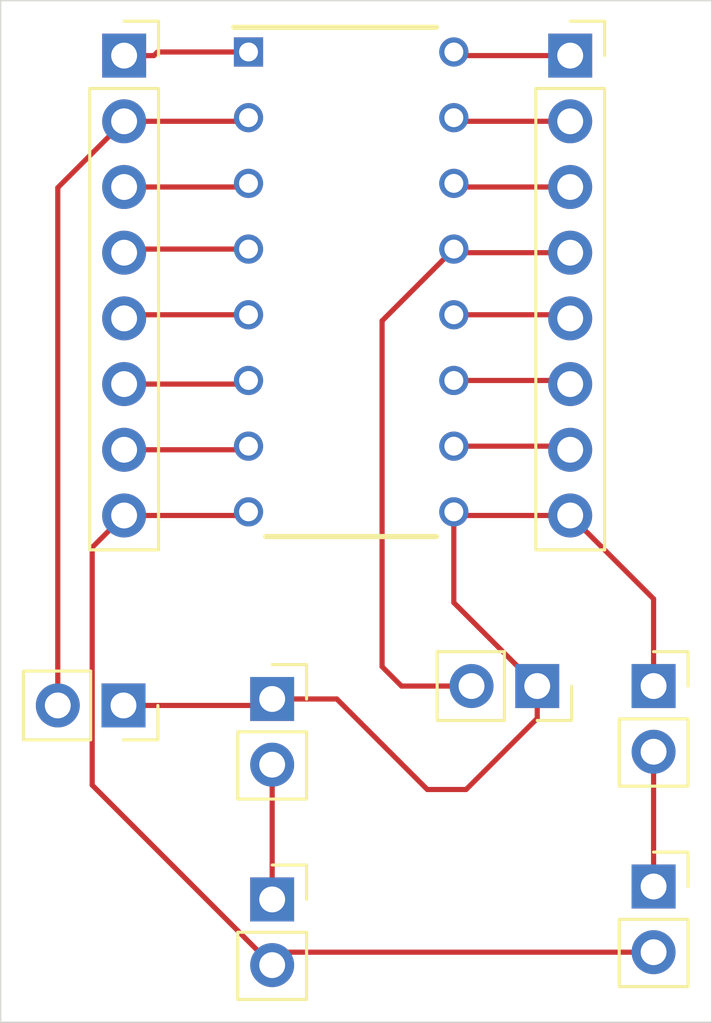
<source format=kicad_pcb>
(kicad_pcb (version 20241229) (generator "pcbnew") (generator_version "9.0")
  (layers (0 "F.Cu" signal) (2 "B.Cu" signal) (13 "F.Paste" user) (15 "B.Paste" user) (5 "F.SilkS" user "F.Silkscreen") (7 "B.SilkS" user "B.Silkscreen") (1 "F.Mask" user) (3 "B.Mask" user) (25 "Edge.Cuts" user))
  (net 0 "")
  (net 1 "GND")
  (net 2 "Net-(IC1-R2_TO_VSS)")
  (net 3 "/PC1")
  (net 4 "Net-(IC1-CI(2))")
  (net 5 "Net-(IC1-R1_TO_VSS)")
  (net 6 "Net-(IC1-PHASE_PULSES)")
  (net 7 "Net-(IC1-INHIBIT)")
  (net 8 "Net-(IC1-CI(1))")
  (net 9 "Net-(IC1-DEMODULATOR_OUT)")
  (net 10 "Net-(IC1-SIGNAL_IN)")
  (net 11 "Net-(IC1-VCO_OUT)")
  (net 12 "Net-(IC1-COMPARATOR_IN)")
  (net 13 "Net-(IC1-ZENER)")
  (net 14 "/PC2")
  (net 15 "VDD")
  (net 16 "/VCO_IN")
  (net 17 "Net-(J4-Pin_2)")
  (net 18 "Net-(J7-Pin_1)")
  (footprint "Connector_PinSocket_2.54mm:PinSocket_1x08_P2.54mm_Vertical" (layer "F.Cu") (at 136.275 77.625)
    (property "Reference" "J2" (hide yes))
    (property "Value" "Conn_01x08_Socket" (hide yes))
    (fp_line (start -1.33 1.27) (end -1.33 19.11) (stroke (width 0.12)) (layer "F.SilkS"))
    (fp_line (start -1.33 1.27) (end 1.33 1.27) (stroke (width 0.12)) (layer "F.SilkS"))
    (fp_line (start -1.33 19.11) (end 1.33 19.11) (stroke (width 0.12)) (layer "F.SilkS"))
    (fp_line (start 0 -1.33) (end 1.33 -1.33) (stroke (width 0.12)) (layer "F.SilkS"))
    (fp_line (start 1.33 -1.33) (end 1.33 0) (stroke (width 0.12)) (layer "F.SilkS"))
    (fp_line (start 1.33 1.27) (end 1.33 19.11) (stroke (width 0.12)) (layer "F.SilkS"))
    (pad "1" thru_hole rect (at 0 0) (size 1.7 1.7) (drill 1) (layers "*.Cu" "*.Mask") (net 6 "Net-(IC1-PHASE_PULSES)"))
    (pad "2" thru_hole circle (at 0 2.54) (size 1.7 1.7) (drill 1) (layers "*.Cu" "*.Mask") (net 3 "/PC1"))
    (pad "3" thru_hole circle (at 0 5.08) (size 1.7 1.7) (drill 1) (layers "*.Cu" "*.Mask") (net 12 "Net-(IC1-COMPARATOR_IN)"))
    (pad "4" thru_hole circle (at 0 7.62) (size 1.7 1.7) (drill 1) (layers "*.Cu" "*.Mask") (net 11 "Net-(IC1-VCO_OUT)"))
    (pad "5" thru_hole circle (at 0 10.16) (size 1.7 1.7) (drill 1) (layers "*.Cu" "*.Mask") (net 7 "Net-(IC1-INHIBIT)"))
    (pad "6" thru_hole circle (at 0 12.7) (size 1.7 1.7) (drill 1) (layers "*.Cu" "*.Mask") (net 8 "Net-(IC1-CI(1))"))
    (pad "7" thru_hole circle (at 0 15.24) (size 1.7 1.7) (drill 1) (layers "*.Cu" "*.Mask") (net 4 "Net-(IC1-CI(2))"))
    (pad "8" thru_hole circle (at 0 17.78) (size 1.7 1.7) (drill 1) (layers "*.Cu" "*.Mask") (net 1 "GND"))
  )
  (footprint "Connector_PinSocket_2.54mm:PinSocket_1x02_P2.54mm_Vertical" (layer "F.Cu") (at 142 110.25)
    (property "Reference" "J5" (hide yes))
    (property "Value" "Conn_01x02_Socket" (hide yes))
    (fp_line (start -1.33 1.27) (end -1.33 3.87) (stroke (width 0.12)) (layer "F.SilkS"))
    (fp_line (start -1.33 1.27) (end 1.33 1.27) (stroke (width 0.12)) (layer "F.SilkS"))
    (fp_line (start -1.33 3.87) (end 1.33 3.87) (stroke (width 0.12)) (layer "F.SilkS"))
    (fp_line (start 0 -1.33) (end 1.33 -1.33) (stroke (width 0.12)) (layer "F.SilkS"))
    (fp_line (start 1.33 -1.33) (end 1.33 0) (stroke (width 0.12)) (layer "F.SilkS"))
    (fp_line (start 1.33 1.27) (end 1.33 3.87) (stroke (width 0.12)) (layer "F.SilkS"))
    (pad "1" thru_hole rect (at 0 0) (size 1.7 1.7) (drill 1) (layers "*.Cu" "*.Mask") (net 17 "Net-(J4-Pin_2)"))
    (pad "2" thru_hole circle (at 0 2.54) (size 1.7 1.7) (drill 1) (layers "*.Cu" "*.Mask") (net 1 "GND"))
  )
  (footprint "KiCad:DIP794W53P254L1930H508Q16N" (layer "F.Cu") (at 145.055 86.375)
    (property "Reference" "IC1" (hide yes))
    (property "Value" "CD4046BE" (hide yes))
    (fp_line (start -4.535 -9.845) (end 3.3 -9.845) (stroke (width 0.2)) (layer "F.SilkS"))
    (fp_line (start -3.3 9.845) (end 3.3 9.845) (stroke (width 0.2)) (layer "F.SilkS"))
    (pad "1" thru_hole rect (at -3.97 -8.89) (size 1.13 1.13) (drill 0.73) (layers "*.Cu" "*.Mask") (net 6 "Net-(IC1-PHASE_PULSES)"))
    (pad "2" thru_hole circle (at -3.97 -6.35) (size 1.13 1.13) (drill 0.73) (layers "*.Cu" "*.Mask") (net 3 "/PC1"))
    (pad "3" thru_hole circle (at -3.97 -3.81) (size 1.13 1.13) (drill 0.73) (layers "*.Cu" "*.Mask") (net 12 "Net-(IC1-COMPARATOR_IN)"))
    (pad "4" thru_hole circle (at -3.97 -1.27) (size 1.13 1.13) (drill 0.73) (layers "*.Cu" "*.Mask") (net 11 "Net-(IC1-VCO_OUT)"))
    (pad "5" thru_hole circle (at -3.97 1.27) (size 1.13 1.13) (drill 0.73) (layers "*.Cu" "*.Mask") (net 7 "Net-(IC1-INHIBIT)"))
    (pad "6" thru_hole circle (at -3.97 3.81) (size 1.13 1.13) (drill 0.73) (layers "*.Cu" "*.Mask") (net 8 "Net-(IC1-CI(1))"))
    (pad "7" thru_hole circle (at -3.97 6.35) (size 1.13 1.13) (drill 0.73) (layers "*.Cu" "*.Mask") (net 4 "Net-(IC1-CI(2))"))
    (pad "8" thru_hole circle (at -3.97 8.89) (size 1.13 1.13) (drill 0.73) (layers "*.Cu" "*.Mask") (net 1 "GND"))
    (pad "9" thru_hole circle (at 3.97 8.89) (size 1.13 1.13) (drill 0.73) (layers "*.Cu" "*.Mask") (net 16 "/VCO_IN"))
    (pad "10" thru_hole circle (at 3.97 6.35) (size 1.13 1.13) (drill 0.73) (layers "*.Cu" "*.Mask") (net 9 "Net-(IC1-DEMODULATOR_OUT)"))
    (pad "11" thru_hole circle (at 3.97 3.81) (size 1.13 1.13) (drill 0.73) (layers "*.Cu" "*.Mask") (net 5 "Net-(IC1-R1_TO_VSS)"))
    (pad "12" thru_hole circle (at 3.97 1.27) (size 1.13 1.13) (drill 0.73) (layers "*.Cu" "*.Mask") (net 2 "Net-(IC1-R2_TO_VSS)"))
    (pad "13" thru_hole circle (at 3.97 -1.27) (size 1.13 1.13) (drill 0.73) (layers "*.Cu" "*.Mask") (net 14 "/PC2"))
    (pad "14" thru_hole circle (at 3.97 -3.81) (size 1.13 1.13) (drill 0.73) (layers "*.Cu" "*.Mask") (net 10 "Net-(IC1-SIGNAL_IN)"))
    (pad "15" thru_hole circle (at 3.97 -6.35) (size 1.13 1.13) (drill 0.73) (layers "*.Cu" "*.Mask") (net 13 "Net-(IC1-ZENER)"))
    (pad "16" thru_hole circle (at 3.97 -8.89) (size 1.13 1.13) (drill 0.73) (layers "*.Cu" "*.Mask") (net 15 "VDD"))
  )
  (footprint "Connector_PinSocket_2.54mm:PinSocket_1x02_P2.54mm_Vertical" (layer "F.Cu") (at 156.75 109.75)
    (property "Reference" "J7" (hide yes))
    (property "Value" "Conn_01x02_Socket" (hide yes))
    (fp_line (start -1.33 1.27) (end -1.33 3.87) (stroke (width 0.12)) (layer "F.SilkS"))
    (fp_line (start -1.33 1.27) (end 1.33 1.27) (stroke (width 0.12)) (layer "F.SilkS"))
    (fp_line (start -1.33 3.87) (end 1.33 3.87) (stroke (width 0.12)) (layer "F.SilkS"))
    (fp_line (start 0 -1.33) (end 1.33 -1.33) (stroke (width 0.12)) (layer "F.SilkS"))
    (fp_line (start 1.33 -1.33) (end 1.33 0) (stroke (width 0.12)) (layer "F.SilkS"))
    (fp_line (start 1.33 1.27) (end 1.33 3.87) (stroke (width 0.12)) (layer "F.SilkS"))
    (pad "1" thru_hole rect (at 0 0) (size 1.7 1.7) (drill 1) (layers "*.Cu" "*.Mask") (net 18 "Net-(J7-Pin_1)"))
    (pad "2" thru_hole circle (at 0 2.54) (size 1.7 1.7) (drill 1) (layers "*.Cu" "*.Mask") (net 1 "GND"))
  )
  (footprint "Connector_PinSocket_2.54mm:PinSocket_1x08_P2.54mm_Vertical" (layer "F.Cu") (at 153.525 77.625)
    (property "Reference" "J3" (hide yes))
    (property "Value" "Conn_01x08_Socket" (hide yes))
    (fp_line (start -1.33 1.27) (end -1.33 19.11) (stroke (width 0.12)) (layer "F.SilkS"))
    (fp_line (start -1.33 1.27) (end 1.33 1.27) (stroke (width 0.12)) (layer "F.SilkS"))
    (fp_line (start -1.33 19.11) (end 1.33 19.11) (stroke (width 0.12)) (layer "F.SilkS"))
    (fp_line (start 0 -1.33) (end 1.33 -1.33) (stroke (width 0.12)) (layer "F.SilkS"))
    (fp_line (start 1.33 -1.33) (end 1.33 0) (stroke (width 0.12)) (layer "F.SilkS"))
    (fp_line (start 1.33 1.27) (end 1.33 19.11) (stroke (width 0.12)) (layer "F.SilkS"))
    (pad "1" thru_hole rect (at 0 0) (size 1.7 1.7) (drill 1) (layers "*.Cu" "*.Mask") (net 15 "VDD"))
    (pad "2" thru_hole circle (at 0 2.54) (size 1.7 1.7) (drill 1) (layers "*.Cu" "*.Mask") (net 13 "Net-(IC1-ZENER)"))
    (pad "3" thru_hole circle (at 0 5.08) (size 1.7 1.7) (drill 1) (layers "*.Cu" "*.Mask") (net 10 "Net-(IC1-SIGNAL_IN)"))
    (pad "4" thru_hole circle (at 0 7.62) (size 1.7 1.7) (drill 1) (layers "*.Cu" "*.Mask") (net 14 "/PC2"))
    (pad "5" thru_hole circle (at 0 10.16) (size 1.7 1.7) (drill 1) (layers "*.Cu" "*.Mask") (net 2 "Net-(IC1-R2_TO_VSS)"))
    (pad "6" thru_hole circle (at 0 12.7) (size 1.7 1.7) (drill 1) (layers "*.Cu" "*.Mask") (net 5 "Net-(IC1-R1_TO_VSS)"))
    (pad "7" thru_hole circle (at 0 15.24) (size 1.7 1.7) (drill 1) (layers "*.Cu" "*.Mask") (net 9 "Net-(IC1-DEMODULATOR_OUT)"))
    (pad "8" thru_hole circle (at 0 17.78) (size 1.7 1.7) (drill 1) (layers "*.Cu" "*.Mask") (net 16 "/VCO_IN"))
  )
  (footprint "Connector_PinSocket_2.54mm:PinSocket_1x02_P2.54mm_Vertical" (layer "F.Cu") (at 156.75 102)
    (property "Reference" "J8" (hide yes))
    (property "Value" "Conn_01x02_Socket" (hide yes))
    (fp_line (start -1.33 1.27) (end -1.33 3.87) (stroke (width 0.12)) (layer "F.SilkS"))
    (fp_line (start -1.33 1.27) (end 1.33 1.27) (stroke (width 0.12)) (layer "F.SilkS"))
    (fp_line (start -1.33 3.87) (end 1.33 3.87) (stroke (width 0.12)) (layer "F.SilkS"))
    (fp_line (start 0 -1.33) (end 1.33 -1.33) (stroke (width 0.12)) (layer "F.SilkS"))
    (fp_line (start 1.33 -1.33) (end 1.33 0) (stroke (width 0.12)) (layer "F.SilkS"))
    (fp_line (start 1.33 1.27) (end 1.33 3.87) (stroke (width 0.12)) (layer "F.SilkS"))
    (pad "1" thru_hole rect (at 0 0) (size 1.7 1.7) (drill 1) (layers "*.Cu" "*.Mask") (net 16 "/VCO_IN"))
    (pad "2" thru_hole circle (at 0 2.54) (size 1.7 1.7) (drill 1) (layers "*.Cu" "*.Mask") (net 18 "Net-(J7-Pin_1)"))
  )
  (footprint "Connector_PinSocket_2.54mm:PinSocket_1x02_P2.54mm_Vertical" (layer "F.Cu") (at 142 102.5)
    (property "Reference" "J4" (hide yes))
    (property "Value" "Conn_01x02_Socket" (hide yes))
    (fp_line (start -1.33 1.27) (end -1.33 3.87) (stroke (width 0.12)) (layer "F.SilkS"))
    (fp_line (start -1.33 1.27) (end 1.33 1.27) (stroke (width 0.12)) (layer "F.SilkS"))
    (fp_line (start -1.33 3.87) (end 1.33 3.87) (stroke (width 0.12)) (layer "F.SilkS"))
    (fp_line (start 0 -1.33) (end 1.33 -1.33) (stroke (width 0.12)) (layer "F.SilkS"))
    (fp_line (start 1.33 -1.33) (end 1.33 0) (stroke (width 0.12)) (layer "F.SilkS"))
    (fp_line (start 1.33 1.27) (end 1.33 3.87) (stroke (width 0.12)) (layer "F.SilkS"))
    (pad "1" thru_hole rect (at 0 0) (size 1.7 1.7) (drill 1) (layers "*.Cu" "*.Mask") (net 16 "/VCO_IN"))
    (pad "2" thru_hole circle (at 0 2.54) (size 1.7 1.7) (drill 1) (layers "*.Cu" "*.Mask") (net 17 "Net-(J4-Pin_2)"))
  )
  (footprint "Connector_PinSocket_2.54mm:PinSocket_1x02_P2.54mm_Vertical" (layer "F.Cu") (at 136.25 102.75 -90)
    (property "Reference" "J1" (hide yes))
    (property "Value" "Conn_01x02_Socket" (hide yes))
    (fp_line (start -1.33 3.87) (end 1.33 3.87) (stroke (width 0.12)) (layer "F.SilkS"))
    (fp_line (start -1.33 1.27) (end -1.33 3.87) (stroke (width 0.12)) (layer "F.SilkS"))
    (fp_line (start -1.33 1.27) (end 1.33 1.27) (stroke (width 0.12)) (layer "F.SilkS"))
    (fp_line (start 1.33 1.27) (end 1.33 3.87) (stroke (width 0.12)) (layer "F.SilkS"))
    (fp_line (start 0 -1.33) (end 1.33 -1.33) (stroke (width 0.12)) (layer "F.SilkS"))
    (fp_line (start 1.33 -1.33) (end 1.33 0) (stroke (width 0.12)) (layer "F.SilkS"))
    (pad "1" thru_hole rect (at 0 0 270) (size 1.7 1.7) (drill 1) (layers "*.Cu" "*.Mask") (net 16 "/VCO_IN"))
    (pad "2" thru_hole circle (at 0 2.54 270) (size 1.7 1.7) (drill 1) (layers "*.Cu" "*.Mask") (net 3 "/PC1"))
  )
  (footprint "Connector_PinSocket_2.54mm:PinSocket_1x02_P2.54mm_Vertical" (layer "F.Cu") (at 152.25 102 -90)
    (property "Reference" "J6" (hide yes))
    (property "Value" "Conn_01x02_Socket" (hide yes))
    (fp_line (start -1.33 3.87) (end 1.33 3.87) (stroke (width 0.12)) (layer "F.SilkS"))
    (fp_line (start -1.33 1.27) (end -1.33 3.87) (stroke (width 0.12)) (layer "F.SilkS"))
    (fp_line (start -1.33 1.27) (end 1.33 1.27) (stroke (width 0.12)) (layer "F.SilkS"))
    (fp_line (start 1.33 1.27) (end 1.33 3.87) (stroke (width 0.12)) (layer "F.SilkS"))
    (fp_line (start 0 -1.33) (end 1.33 -1.33) (stroke (width 0.12)) (layer "F.SilkS"))
    (fp_line (start 1.33 -1.33) (end 1.33 0) (stroke (width 0.12)) (layer "F.SilkS"))
    (pad "1" thru_hole rect (at 0 0 270) (size 1.7 1.7) (drill 1) (layers "*.Cu" "*.Mask") (net 16 "/VCO_IN"))
    (pad "2" thru_hole circle (at 0 2.54 270) (size 1.7 1.7) (drill 1) (layers "*.Cu" "*.Mask") (net 14 "/PC2"))
  )
  (gr_rect (start 131.5 75.5) (end 159 115) (stroke (width 0.05)) (fill no) (layer "Edge.Cuts"))
  (segment (start 156.75 112.29) (end 142.5 112.29) (width 0.2) (layer "F.Cu") (net 1))
  (segment (start 136.275 95.405) (end 135.0399 96.6401) (width 0.2) (layer "F.Cu") (net 1))
  (segment (start 140.945 95.405) (end 141.085 95.265) (width 0.2) (layer "F.Cu") (net 1))
  (segment (start 135.0399 96.6401) (end 135.0399 105.8299) (width 0.2) (layer "F.Cu") (net 1))
  (segment (start 136.275 95.405) (end 140.945 95.405) (width 0.2) (layer "F.Cu") (net 1))
  (segment (start 142.5 112.29) (end 142 112.79) (width 0.2) (layer "F.Cu") (net 1))
  (segment (start 135.0399 105.8299) (end 142 112.79) (width 0.2) (layer "F.Cu") (net 1))
  (segment (start 153.385 87.645) (end 153.525 87.785) (width 0.2) (layer "F.Cu") (net 2))
  (segment (start 149.025 87.645) (end 153.385 87.645) (width 0.2) (layer "F.Cu") (net 2))
  (segment (start 136.275 80.165) (end 140.945 80.165) (width 0.2) (layer "F.Cu") (net 3))
  (segment (start 140.945 80.165) (end 141.085 80.025) (width 0.2) (layer "F.Cu") (net 3))
  (segment (start 133.71 102.75) (end 133.71 82.73) (width 0.2) (layer "F.Cu") (net 3))
  (segment (start 133.71 82.73) (end 136.275 80.165) (width 0.2) (layer "F.Cu") (net 3))
  (segment (start 136.275 92.865) (end 140.945 92.865) (width 0.2) (layer "F.Cu") (net 4))
  (segment (start 140.945 92.865) (end 141.085 92.725) (width 0.2) (layer "F.Cu") (net 4))
  (segment (start 153.385 90.185) (end 153.525 90.325) (width 0.2) (layer "F.Cu") (net 5))
  (segment (start 149.025 90.185) (end 153.385 90.185) (width 0.2) (layer "F.Cu") (net 5))
  (segment (start 136.275 77.625) (end 137.4267 77.625) (width 0.2) (layer "F.Cu") (net 6))
  (segment (start 137.5667 77.485) (end 137.4267 77.625) (width 0.2) (layer "F.Cu") (net 6))
  (segment (start 141.085 77.485) (end 137.5667 77.485) (width 0.2) (layer "F.Cu") (net 6))
  (segment (start 141.085 87.645) (end 136.415 87.645) (width 0.2) (layer "F.Cu") (net 7))
  (segment (start 136.415 87.645) (end 136.275 87.785) (width 0.2) (layer "F.Cu") (net 7))
  (segment (start 140.945 90.325) (end 141.085 90.185) (width 0.2) (layer "F.Cu") (net 8))
  (segment (start 136.275 90.325) (end 140.945 90.325) (width 0.2) (layer "F.Cu") (net 8))
  (segment (start 153.385 92.725) (end 153.525 92.865) (width 0.2) (layer "F.Cu") (net 9))
  (segment (start 149.025 92.725) (end 153.385 92.725) (width 0.2) (layer "F.Cu") (net 9))
  (segment (start 149.165 82.705) (end 149.025 82.565) (width 0.2) (layer "F.Cu") (net 10))
  (segment (start 153.525 82.705) (end 149.165 82.705) (width 0.2) (layer "F.Cu") (net 10))
  (segment (start 136.415 85.105) (end 136.275 85.245) (width 0.2) (layer "F.Cu") (net 11))
  (segment (start 141.085 85.105) (end 136.415 85.105) (width 0.2) (layer "F.Cu") (net 11))
  (segment (start 140.945 82.705) (end 141.085 82.565) (width 0.2) (layer "F.Cu") (net 12))
  (segment (start 136.275 82.705) (end 140.945 82.705) (width 0.2) (layer "F.Cu") (net 12))
  (segment (start 149.165 80.165) (end 149.025 80.025) (width 0.2) (layer "F.Cu") (net 13))
  (segment (start 153.525 80.165) (end 149.165 80.165) (width 0.2) (layer "F.Cu") (net 13))
  (segment (start 149.71 102) (end 147 102) (width 0.2) (layer "F.Cu") (net 14))
  (segment (start 153.525 85.245) (end 149.165 85.245) (width 0.2) (layer "F.Cu") (net 14))
  (segment (start 149.165 85.245) (end 149.025 85.105) (width 0.2) (layer "F.Cu") (net 14))
  (segment (start 146.25 101.25) (end 146.25 87.88) (width 0.2) (layer "F.Cu") (net 14))
  (segment (start 146.25 87.88) (end 149.025 85.105) (width 0.2) (layer "F.Cu") (net 14))
  (segment (start 147 102) (end 146.25 101.25) (width 0.2) (layer "F.Cu") (net 14))
  (segment (start 149.165 77.625) (end 149.025 77.485) (width 0.2) (layer "F.Cu") (net 15))
  (segment (start 153.525 77.625) (end 149.165 77.625) (width 0.2) (layer "F.Cu") (net 15))
  (segment (start 148 106) (end 149.5 106) (width 0.2) (layer "F.Cu") (net 16))
  (segment (start 142.5759 102.5) (end 142.3259 102.75) (width 0.2) (layer "F.Cu") (net 16))
  (segment (start 153.525 95.405) (end 156.75 98.63) (width 0.2) (layer "F.Cu") (net 16))
  (segment (start 149.025 95.265) (end 149.165 95.405) (width 0.2) (layer "F.Cu") (net 16))
  (segment (start 156.75 98.63) (end 156.75 102) (width 0.2) (layer "F.Cu") (net 16))
  (segment (start 149.025 98.775) (end 152.25 102) (width 0.2) (layer "F.Cu") (net 16))
  (segment (start 142 102.5) (end 144.5 102.5) (width 0.2) (layer "F.Cu") (net 16))
  (segment (start 152.25 103.25) (end 152.25 102) (width 0.2) (layer "F.Cu") (net 16))
  (segment (start 149.5 106) (end 152.25 103.25) (width 0.2) (layer "F.Cu") (net 16))
  (segment (start 149.025 95.265) (end 149.025 98.775) (width 0.2) (layer "F.Cu") (net 16))
  (segment (start 144.5 102.5) (end 148 106) (width 0.2) (layer "F.Cu") (net 16))
  (segment (start 142.3259 102.75) (end 136.25 102.75) (width 0.2) (layer "F.Cu") (net 16))
  (segment (start 149.165 95.405) (end 153.525 95.405) (width 0.2) (layer "F.Cu") (net 16))
  (segment (start 142 102.5) (end 142.5759 102.5) (width 0.2) (layer "F.Cu") (net 16))
  (segment (start 142 110.25) (end 142 105.04) (width 0.2) (layer "F.Cu") (net 17))
  (segment (start 156.75 109.75) (end 156.75 104.54) (width 0.2) (layer "F.Cu") (net 18))
)
</source>
